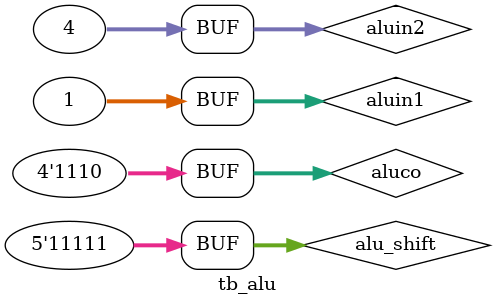
<source format=v>
module alu ( aluout ,zero,aluin1,aluin2,aluco,alu_shift);

input[3:0] aluco ;
input[31:0] aluin1 ;
input[31:0] aluin2  ;
input [4:0] alu_shift;
output reg [31:0] aluout;
output zero;

assign zero=(aluout == 0);

always@(aluin1,aluin2,aluco,alu_shift)
begin
case(aluco)
0  : aluout <= (aluin1&aluin2);
1  : aluout <= (aluin1|aluin2)  ;
2  : aluout <= (aluin1+aluin2) ;
6  : aluout <=(aluin1-aluin2) ;
7  : aluout <= (aluin1<aluin2)?1:0 ;
12 : aluout <= ~(aluin1|aluin2) ;
14 : aluout <= (aluin2<<alu_shift);

default : aluout <= 32'bxxxxxxxx;
endcase
end

endmodule

module tb_alu();

reg [31:0] aluin1,aluin2;
reg [3:0] aluco;
reg [4:0] alu_shift;
wire [31:0] aluout;
wire zero;

alu a(aluout,zero,aluin1,aluin2,aluco,alu_shift);

initial
begin

$monitor("%b %b %b %b %b %b",aluout,zero,aluco,aluin1,aluin2,alu_shift);
alu_shift=5'b00000;

#3
aluin1=32'b 00001000;
aluin2=32'b 00000100;
aluco=0;
#3
aluin1=32'b00001000;
aluin2=32'b00000100;
aluco=1;
#3
aluin1=8'b00001000;
aluin2=8'b00000100;
aluco=2;
#3
aluin1=8'b00001000;
aluin2=8'b00000100;
aluco=6;
#3
aluin1=8'b00001000;
aluin2=8'b00000100;
aluco=7;
#3
aluin1=8'b00001000;
aluin2=8'b00000100;
aluco=12;
#3
aluin1=8'b0000001;
alu_shift=5'b11111;
aluco=14;
end
endmodule


</source>
